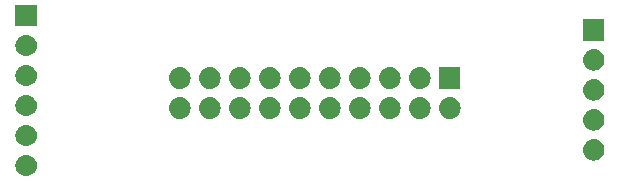
<source format=gbr>
G04 #@! TF.GenerationSoftware,KiCad,Pcbnew,5.1.1-8be2ce7~80~ubuntu18.10.1*
G04 #@! TF.CreationDate,2019-05-27T02:03:18+08:00*
G04 #@! TF.ProjectId,jtagboard,6a746167-626f-4617-9264-2e6b69636164,rev?*
G04 #@! TF.SameCoordinates,Original*
G04 #@! TF.FileFunction,Soldermask,Top*
G04 #@! TF.FilePolarity,Negative*
%FSLAX46Y46*%
G04 Gerber Fmt 4.6, Leading zero omitted, Abs format (unit mm)*
G04 Created by KiCad (PCBNEW 5.1.1-8be2ce7~80~ubuntu18.10.1) date 2019-05-27 02:03:18*
%MOMM*%
%LPD*%
G04 APERTURE LIST*
%ADD10C,0.100000*%
G04 APERTURE END LIST*
D10*
G36*
X79561643Y-115737319D02*
G01*
X79627827Y-115743837D01*
X79797666Y-115795357D01*
X79954191Y-115879022D01*
X79989929Y-115908352D01*
X80091386Y-115991614D01*
X80174648Y-116093071D01*
X80203978Y-116128809D01*
X80287643Y-116285334D01*
X80339163Y-116455173D01*
X80356559Y-116631800D01*
X80339163Y-116808427D01*
X80287643Y-116978266D01*
X80203978Y-117134791D01*
X80174648Y-117170529D01*
X80091386Y-117271986D01*
X79989929Y-117355248D01*
X79954191Y-117384578D01*
X79797666Y-117468243D01*
X79627827Y-117519763D01*
X79561643Y-117526281D01*
X79495460Y-117532800D01*
X79406940Y-117532800D01*
X79340757Y-117526281D01*
X79274573Y-117519763D01*
X79104734Y-117468243D01*
X78948209Y-117384578D01*
X78912471Y-117355248D01*
X78811014Y-117271986D01*
X78727752Y-117170529D01*
X78698422Y-117134791D01*
X78614757Y-116978266D01*
X78563237Y-116808427D01*
X78545841Y-116631800D01*
X78563237Y-116455173D01*
X78614757Y-116285334D01*
X78698422Y-116128809D01*
X78727752Y-116093071D01*
X78811014Y-115991614D01*
X78912471Y-115908352D01*
X78948209Y-115879022D01*
X79104734Y-115795357D01*
X79274573Y-115743837D01*
X79340757Y-115737319D01*
X79406940Y-115730800D01*
X79495460Y-115730800D01*
X79561643Y-115737319D01*
X79561643Y-115737319D01*
G37*
G36*
X127618442Y-114421518D02*
G01*
X127684627Y-114428037D01*
X127854466Y-114479557D01*
X128010991Y-114563222D01*
X128046729Y-114592552D01*
X128148186Y-114675814D01*
X128194284Y-114731986D01*
X128260778Y-114813009D01*
X128344443Y-114969534D01*
X128395963Y-115139373D01*
X128413359Y-115316000D01*
X128395963Y-115492627D01*
X128344443Y-115662466D01*
X128260778Y-115818991D01*
X128231448Y-115854729D01*
X128148186Y-115956186D01*
X128046729Y-116039448D01*
X128010991Y-116068778D01*
X127854466Y-116152443D01*
X127684627Y-116203963D01*
X127618443Y-116210481D01*
X127552260Y-116217000D01*
X127463740Y-116217000D01*
X127397557Y-116210481D01*
X127331373Y-116203963D01*
X127161534Y-116152443D01*
X127005009Y-116068778D01*
X126969271Y-116039448D01*
X126867814Y-115956186D01*
X126784552Y-115854729D01*
X126755222Y-115818991D01*
X126671557Y-115662466D01*
X126620037Y-115492627D01*
X126602641Y-115316000D01*
X126620037Y-115139373D01*
X126671557Y-114969534D01*
X126755222Y-114813009D01*
X126821716Y-114731986D01*
X126867814Y-114675814D01*
X126969271Y-114592552D01*
X127005009Y-114563222D01*
X127161534Y-114479557D01*
X127331373Y-114428037D01*
X127397558Y-114421518D01*
X127463740Y-114415000D01*
X127552260Y-114415000D01*
X127618442Y-114421518D01*
X127618442Y-114421518D01*
G37*
G36*
X79561642Y-113197318D02*
G01*
X79627827Y-113203837D01*
X79797666Y-113255357D01*
X79954191Y-113339022D01*
X79989929Y-113368352D01*
X80091386Y-113451614D01*
X80174648Y-113553071D01*
X80203978Y-113588809D01*
X80287643Y-113745334D01*
X80339163Y-113915173D01*
X80356559Y-114091800D01*
X80339163Y-114268427D01*
X80287643Y-114438266D01*
X80203978Y-114594791D01*
X80174648Y-114630529D01*
X80091386Y-114731986D01*
X79992658Y-114813009D01*
X79954191Y-114844578D01*
X79797666Y-114928243D01*
X79627827Y-114979763D01*
X79561643Y-114986281D01*
X79495460Y-114992800D01*
X79406940Y-114992800D01*
X79340757Y-114986281D01*
X79274573Y-114979763D01*
X79104734Y-114928243D01*
X78948209Y-114844578D01*
X78909742Y-114813009D01*
X78811014Y-114731986D01*
X78727752Y-114630529D01*
X78698422Y-114594791D01*
X78614757Y-114438266D01*
X78563237Y-114268427D01*
X78545841Y-114091800D01*
X78563237Y-113915173D01*
X78614757Y-113745334D01*
X78698422Y-113588809D01*
X78727752Y-113553071D01*
X78811014Y-113451614D01*
X78912471Y-113368352D01*
X78948209Y-113339022D01*
X79104734Y-113255357D01*
X79274573Y-113203837D01*
X79340758Y-113197318D01*
X79406940Y-113190800D01*
X79495460Y-113190800D01*
X79561642Y-113197318D01*
X79561642Y-113197318D01*
G37*
G36*
X127618442Y-111881518D02*
G01*
X127684627Y-111888037D01*
X127854466Y-111939557D01*
X128010991Y-112023222D01*
X128046729Y-112052552D01*
X128148186Y-112135814D01*
X128194284Y-112191986D01*
X128260778Y-112273009D01*
X128344443Y-112429534D01*
X128395963Y-112599373D01*
X128413359Y-112776000D01*
X128395963Y-112952627D01*
X128344443Y-113122466D01*
X128260778Y-113278991D01*
X128231448Y-113314729D01*
X128148186Y-113416186D01*
X128046729Y-113499448D01*
X128010991Y-113528778D01*
X127854466Y-113612443D01*
X127684627Y-113663963D01*
X127618443Y-113670481D01*
X127552260Y-113677000D01*
X127463740Y-113677000D01*
X127397557Y-113670481D01*
X127331373Y-113663963D01*
X127161534Y-113612443D01*
X127005009Y-113528778D01*
X126969271Y-113499448D01*
X126867814Y-113416186D01*
X126784552Y-113314729D01*
X126755222Y-113278991D01*
X126671557Y-113122466D01*
X126620037Y-112952627D01*
X126602641Y-112776000D01*
X126620037Y-112599373D01*
X126671557Y-112429534D01*
X126755222Y-112273009D01*
X126821716Y-112191986D01*
X126867814Y-112135814D01*
X126969271Y-112052552D01*
X127005009Y-112023222D01*
X127161534Y-111939557D01*
X127331373Y-111888037D01*
X127397558Y-111881518D01*
X127463740Y-111875000D01*
X127552260Y-111875000D01*
X127618442Y-111881518D01*
X127618442Y-111881518D01*
G37*
G36*
X112955294Y-110858633D02*
G01*
X113127695Y-110910931D01*
X113286583Y-110995858D01*
X113425849Y-111110151D01*
X113540142Y-111249417D01*
X113625069Y-111408305D01*
X113677367Y-111580706D01*
X113695025Y-111760000D01*
X113677367Y-111939294D01*
X113625069Y-112111695D01*
X113540142Y-112270583D01*
X113425849Y-112409849D01*
X113286583Y-112524142D01*
X113127695Y-112609069D01*
X112955294Y-112661367D01*
X112820931Y-112674600D01*
X112731069Y-112674600D01*
X112596706Y-112661367D01*
X112424305Y-112609069D01*
X112265417Y-112524142D01*
X112126151Y-112409849D01*
X112011858Y-112270583D01*
X111926931Y-112111695D01*
X111874633Y-111939294D01*
X111856975Y-111760000D01*
X111874633Y-111580706D01*
X111926931Y-111408305D01*
X112011858Y-111249417D01*
X112126151Y-111110151D01*
X112265417Y-110995858D01*
X112424305Y-110910931D01*
X112596706Y-110858633D01*
X112731069Y-110845400D01*
X112820931Y-110845400D01*
X112955294Y-110858633D01*
X112955294Y-110858633D01*
G37*
G36*
X92635294Y-110858633D02*
G01*
X92807695Y-110910931D01*
X92966583Y-110995858D01*
X93105849Y-111110151D01*
X93220142Y-111249417D01*
X93305069Y-111408305D01*
X93357367Y-111580706D01*
X93375025Y-111760000D01*
X93357367Y-111939294D01*
X93305069Y-112111695D01*
X93220142Y-112270583D01*
X93105849Y-112409849D01*
X92966583Y-112524142D01*
X92807695Y-112609069D01*
X92635294Y-112661367D01*
X92500931Y-112674600D01*
X92411069Y-112674600D01*
X92276706Y-112661367D01*
X92104305Y-112609069D01*
X91945417Y-112524142D01*
X91806151Y-112409849D01*
X91691858Y-112270583D01*
X91606931Y-112111695D01*
X91554633Y-111939294D01*
X91536975Y-111760000D01*
X91554633Y-111580706D01*
X91606931Y-111408305D01*
X91691858Y-111249417D01*
X91806151Y-111110151D01*
X91945417Y-110995858D01*
X92104305Y-110910931D01*
X92276706Y-110858633D01*
X92411069Y-110845400D01*
X92500931Y-110845400D01*
X92635294Y-110858633D01*
X92635294Y-110858633D01*
G37*
G36*
X95175294Y-110858633D02*
G01*
X95347695Y-110910931D01*
X95506583Y-110995858D01*
X95645849Y-111110151D01*
X95760142Y-111249417D01*
X95845069Y-111408305D01*
X95897367Y-111580706D01*
X95915025Y-111760000D01*
X95897367Y-111939294D01*
X95845069Y-112111695D01*
X95760142Y-112270583D01*
X95645849Y-112409849D01*
X95506583Y-112524142D01*
X95347695Y-112609069D01*
X95175294Y-112661367D01*
X95040931Y-112674600D01*
X94951069Y-112674600D01*
X94816706Y-112661367D01*
X94644305Y-112609069D01*
X94485417Y-112524142D01*
X94346151Y-112409849D01*
X94231858Y-112270583D01*
X94146931Y-112111695D01*
X94094633Y-111939294D01*
X94076975Y-111760000D01*
X94094633Y-111580706D01*
X94146931Y-111408305D01*
X94231858Y-111249417D01*
X94346151Y-111110151D01*
X94485417Y-110995858D01*
X94644305Y-110910931D01*
X94816706Y-110858633D01*
X94951069Y-110845400D01*
X95040931Y-110845400D01*
X95175294Y-110858633D01*
X95175294Y-110858633D01*
G37*
G36*
X97715294Y-110858633D02*
G01*
X97887695Y-110910931D01*
X98046583Y-110995858D01*
X98185849Y-111110151D01*
X98300142Y-111249417D01*
X98385069Y-111408305D01*
X98437367Y-111580706D01*
X98455025Y-111760000D01*
X98437367Y-111939294D01*
X98385069Y-112111695D01*
X98300142Y-112270583D01*
X98185849Y-112409849D01*
X98046583Y-112524142D01*
X97887695Y-112609069D01*
X97715294Y-112661367D01*
X97580931Y-112674600D01*
X97491069Y-112674600D01*
X97356706Y-112661367D01*
X97184305Y-112609069D01*
X97025417Y-112524142D01*
X96886151Y-112409849D01*
X96771858Y-112270583D01*
X96686931Y-112111695D01*
X96634633Y-111939294D01*
X96616975Y-111760000D01*
X96634633Y-111580706D01*
X96686931Y-111408305D01*
X96771858Y-111249417D01*
X96886151Y-111110151D01*
X97025417Y-110995858D01*
X97184305Y-110910931D01*
X97356706Y-110858633D01*
X97491069Y-110845400D01*
X97580931Y-110845400D01*
X97715294Y-110858633D01*
X97715294Y-110858633D01*
G37*
G36*
X100255294Y-110858633D02*
G01*
X100427695Y-110910931D01*
X100586583Y-110995858D01*
X100725849Y-111110151D01*
X100840142Y-111249417D01*
X100925069Y-111408305D01*
X100977367Y-111580706D01*
X100995025Y-111760000D01*
X100977367Y-111939294D01*
X100925069Y-112111695D01*
X100840142Y-112270583D01*
X100725849Y-112409849D01*
X100586583Y-112524142D01*
X100427695Y-112609069D01*
X100255294Y-112661367D01*
X100120931Y-112674600D01*
X100031069Y-112674600D01*
X99896706Y-112661367D01*
X99724305Y-112609069D01*
X99565417Y-112524142D01*
X99426151Y-112409849D01*
X99311858Y-112270583D01*
X99226931Y-112111695D01*
X99174633Y-111939294D01*
X99156975Y-111760000D01*
X99174633Y-111580706D01*
X99226931Y-111408305D01*
X99311858Y-111249417D01*
X99426151Y-111110151D01*
X99565417Y-110995858D01*
X99724305Y-110910931D01*
X99896706Y-110858633D01*
X100031069Y-110845400D01*
X100120931Y-110845400D01*
X100255294Y-110858633D01*
X100255294Y-110858633D01*
G37*
G36*
X102795294Y-110858633D02*
G01*
X102967695Y-110910931D01*
X103126583Y-110995858D01*
X103265849Y-111110151D01*
X103380142Y-111249417D01*
X103465069Y-111408305D01*
X103517367Y-111580706D01*
X103535025Y-111760000D01*
X103517367Y-111939294D01*
X103465069Y-112111695D01*
X103380142Y-112270583D01*
X103265849Y-112409849D01*
X103126583Y-112524142D01*
X102967695Y-112609069D01*
X102795294Y-112661367D01*
X102660931Y-112674600D01*
X102571069Y-112674600D01*
X102436706Y-112661367D01*
X102264305Y-112609069D01*
X102105417Y-112524142D01*
X101966151Y-112409849D01*
X101851858Y-112270583D01*
X101766931Y-112111695D01*
X101714633Y-111939294D01*
X101696975Y-111760000D01*
X101714633Y-111580706D01*
X101766931Y-111408305D01*
X101851858Y-111249417D01*
X101966151Y-111110151D01*
X102105417Y-110995858D01*
X102264305Y-110910931D01*
X102436706Y-110858633D01*
X102571069Y-110845400D01*
X102660931Y-110845400D01*
X102795294Y-110858633D01*
X102795294Y-110858633D01*
G37*
G36*
X105335294Y-110858633D02*
G01*
X105507695Y-110910931D01*
X105666583Y-110995858D01*
X105805849Y-111110151D01*
X105920142Y-111249417D01*
X106005069Y-111408305D01*
X106057367Y-111580706D01*
X106075025Y-111760000D01*
X106057367Y-111939294D01*
X106005069Y-112111695D01*
X105920142Y-112270583D01*
X105805849Y-112409849D01*
X105666583Y-112524142D01*
X105507695Y-112609069D01*
X105335294Y-112661367D01*
X105200931Y-112674600D01*
X105111069Y-112674600D01*
X104976706Y-112661367D01*
X104804305Y-112609069D01*
X104645417Y-112524142D01*
X104506151Y-112409849D01*
X104391858Y-112270583D01*
X104306931Y-112111695D01*
X104254633Y-111939294D01*
X104236975Y-111760000D01*
X104254633Y-111580706D01*
X104306931Y-111408305D01*
X104391858Y-111249417D01*
X104506151Y-111110151D01*
X104645417Y-110995858D01*
X104804305Y-110910931D01*
X104976706Y-110858633D01*
X105111069Y-110845400D01*
X105200931Y-110845400D01*
X105335294Y-110858633D01*
X105335294Y-110858633D01*
G37*
G36*
X107875294Y-110858633D02*
G01*
X108047695Y-110910931D01*
X108206583Y-110995858D01*
X108345849Y-111110151D01*
X108460142Y-111249417D01*
X108545069Y-111408305D01*
X108597367Y-111580706D01*
X108615025Y-111760000D01*
X108597367Y-111939294D01*
X108545069Y-112111695D01*
X108460142Y-112270583D01*
X108345849Y-112409849D01*
X108206583Y-112524142D01*
X108047695Y-112609069D01*
X107875294Y-112661367D01*
X107740931Y-112674600D01*
X107651069Y-112674600D01*
X107516706Y-112661367D01*
X107344305Y-112609069D01*
X107185417Y-112524142D01*
X107046151Y-112409849D01*
X106931858Y-112270583D01*
X106846931Y-112111695D01*
X106794633Y-111939294D01*
X106776975Y-111760000D01*
X106794633Y-111580706D01*
X106846931Y-111408305D01*
X106931858Y-111249417D01*
X107046151Y-111110151D01*
X107185417Y-110995858D01*
X107344305Y-110910931D01*
X107516706Y-110858633D01*
X107651069Y-110845400D01*
X107740931Y-110845400D01*
X107875294Y-110858633D01*
X107875294Y-110858633D01*
G37*
G36*
X110415294Y-110858633D02*
G01*
X110587695Y-110910931D01*
X110746583Y-110995858D01*
X110885849Y-111110151D01*
X111000142Y-111249417D01*
X111085069Y-111408305D01*
X111137367Y-111580706D01*
X111155025Y-111760000D01*
X111137367Y-111939294D01*
X111085069Y-112111695D01*
X111000142Y-112270583D01*
X110885849Y-112409849D01*
X110746583Y-112524142D01*
X110587695Y-112609069D01*
X110415294Y-112661367D01*
X110280931Y-112674600D01*
X110191069Y-112674600D01*
X110056706Y-112661367D01*
X109884305Y-112609069D01*
X109725417Y-112524142D01*
X109586151Y-112409849D01*
X109471858Y-112270583D01*
X109386931Y-112111695D01*
X109334633Y-111939294D01*
X109316975Y-111760000D01*
X109334633Y-111580706D01*
X109386931Y-111408305D01*
X109471858Y-111249417D01*
X109586151Y-111110151D01*
X109725417Y-110995858D01*
X109884305Y-110910931D01*
X110056706Y-110858633D01*
X110191069Y-110845400D01*
X110280931Y-110845400D01*
X110415294Y-110858633D01*
X110415294Y-110858633D01*
G37*
G36*
X115495294Y-110858633D02*
G01*
X115667695Y-110910931D01*
X115826583Y-110995858D01*
X115965849Y-111110151D01*
X116080142Y-111249417D01*
X116165069Y-111408305D01*
X116217367Y-111580706D01*
X116235025Y-111760000D01*
X116217367Y-111939294D01*
X116165069Y-112111695D01*
X116080142Y-112270583D01*
X115965849Y-112409849D01*
X115826583Y-112524142D01*
X115667695Y-112609069D01*
X115495294Y-112661367D01*
X115360931Y-112674600D01*
X115271069Y-112674600D01*
X115136706Y-112661367D01*
X114964305Y-112609069D01*
X114805417Y-112524142D01*
X114666151Y-112409849D01*
X114551858Y-112270583D01*
X114466931Y-112111695D01*
X114414633Y-111939294D01*
X114396975Y-111760000D01*
X114414633Y-111580706D01*
X114466931Y-111408305D01*
X114551858Y-111249417D01*
X114666151Y-111110151D01*
X114805417Y-110995858D01*
X114964305Y-110910931D01*
X115136706Y-110858633D01*
X115271069Y-110845400D01*
X115360931Y-110845400D01*
X115495294Y-110858633D01*
X115495294Y-110858633D01*
G37*
G36*
X79561642Y-110657318D02*
G01*
X79627827Y-110663837D01*
X79797666Y-110715357D01*
X79954191Y-110799022D01*
X79989929Y-110828352D01*
X80091386Y-110911614D01*
X80160522Y-110995858D01*
X80203978Y-111048809D01*
X80287643Y-111205334D01*
X80339163Y-111375173D01*
X80356559Y-111551800D01*
X80339163Y-111728427D01*
X80287643Y-111898266D01*
X80203978Y-112054791D01*
X80174648Y-112090529D01*
X80091386Y-112191986D01*
X79995614Y-112270583D01*
X79954191Y-112304578D01*
X79797666Y-112388243D01*
X79627827Y-112439763D01*
X79561642Y-112446282D01*
X79495460Y-112452800D01*
X79406940Y-112452800D01*
X79340758Y-112446282D01*
X79274573Y-112439763D01*
X79104734Y-112388243D01*
X78948209Y-112304578D01*
X78906786Y-112270583D01*
X78811014Y-112191986D01*
X78727752Y-112090529D01*
X78698422Y-112054791D01*
X78614757Y-111898266D01*
X78563237Y-111728427D01*
X78545841Y-111551800D01*
X78563237Y-111375173D01*
X78614757Y-111205334D01*
X78698422Y-111048809D01*
X78741878Y-110995858D01*
X78811014Y-110911614D01*
X78912471Y-110828352D01*
X78948209Y-110799022D01*
X79104734Y-110715357D01*
X79274573Y-110663837D01*
X79340758Y-110657318D01*
X79406940Y-110650800D01*
X79495460Y-110650800D01*
X79561642Y-110657318D01*
X79561642Y-110657318D01*
G37*
G36*
X127618442Y-109341518D02*
G01*
X127684627Y-109348037D01*
X127854466Y-109399557D01*
X128010991Y-109483222D01*
X128046729Y-109512552D01*
X128148186Y-109595814D01*
X128194284Y-109651986D01*
X128260778Y-109733009D01*
X128344443Y-109889534D01*
X128395963Y-110059373D01*
X128413359Y-110236000D01*
X128395963Y-110412627D01*
X128344443Y-110582466D01*
X128260778Y-110738991D01*
X128231448Y-110774729D01*
X128148186Y-110876186D01*
X128046729Y-110959448D01*
X128010991Y-110988778D01*
X127854466Y-111072443D01*
X127684627Y-111123963D01*
X127618442Y-111130482D01*
X127552260Y-111137000D01*
X127463740Y-111137000D01*
X127397558Y-111130482D01*
X127331373Y-111123963D01*
X127161534Y-111072443D01*
X127005009Y-110988778D01*
X126969271Y-110959448D01*
X126867814Y-110876186D01*
X126784552Y-110774729D01*
X126755222Y-110738991D01*
X126671557Y-110582466D01*
X126620037Y-110412627D01*
X126602641Y-110236000D01*
X126620037Y-110059373D01*
X126671557Y-109889534D01*
X126755222Y-109733009D01*
X126821716Y-109651986D01*
X126867814Y-109595814D01*
X126969271Y-109512552D01*
X127005009Y-109483222D01*
X127161534Y-109399557D01*
X127331373Y-109348037D01*
X127397558Y-109341518D01*
X127463740Y-109335000D01*
X127552260Y-109335000D01*
X127618442Y-109341518D01*
X127618442Y-109341518D01*
G37*
G36*
X116230600Y-110134600D02*
G01*
X114401400Y-110134600D01*
X114401400Y-108305400D01*
X116230600Y-108305400D01*
X116230600Y-110134600D01*
X116230600Y-110134600D01*
G37*
G36*
X105335294Y-108318633D02*
G01*
X105507695Y-108370931D01*
X105666583Y-108455858D01*
X105805849Y-108570151D01*
X105920142Y-108709417D01*
X106005069Y-108868305D01*
X106057367Y-109040706D01*
X106075025Y-109220000D01*
X106057367Y-109399294D01*
X106005069Y-109571695D01*
X105920142Y-109730583D01*
X105805849Y-109869849D01*
X105666583Y-109984142D01*
X105507695Y-110069069D01*
X105335294Y-110121367D01*
X105200931Y-110134600D01*
X105111069Y-110134600D01*
X104976706Y-110121367D01*
X104804305Y-110069069D01*
X104645417Y-109984142D01*
X104506151Y-109869849D01*
X104391858Y-109730583D01*
X104306931Y-109571695D01*
X104254633Y-109399294D01*
X104236975Y-109220000D01*
X104254633Y-109040706D01*
X104306931Y-108868305D01*
X104391858Y-108709417D01*
X104506151Y-108570151D01*
X104645417Y-108455858D01*
X104804305Y-108370931D01*
X104976706Y-108318633D01*
X105111069Y-108305400D01*
X105200931Y-108305400D01*
X105335294Y-108318633D01*
X105335294Y-108318633D01*
G37*
G36*
X102795294Y-108318633D02*
G01*
X102967695Y-108370931D01*
X103126583Y-108455858D01*
X103265849Y-108570151D01*
X103380142Y-108709417D01*
X103465069Y-108868305D01*
X103517367Y-109040706D01*
X103535025Y-109220000D01*
X103517367Y-109399294D01*
X103465069Y-109571695D01*
X103380142Y-109730583D01*
X103265849Y-109869849D01*
X103126583Y-109984142D01*
X102967695Y-110069069D01*
X102795294Y-110121367D01*
X102660931Y-110134600D01*
X102571069Y-110134600D01*
X102436706Y-110121367D01*
X102264305Y-110069069D01*
X102105417Y-109984142D01*
X101966151Y-109869849D01*
X101851858Y-109730583D01*
X101766931Y-109571695D01*
X101714633Y-109399294D01*
X101696975Y-109220000D01*
X101714633Y-109040706D01*
X101766931Y-108868305D01*
X101851858Y-108709417D01*
X101966151Y-108570151D01*
X102105417Y-108455858D01*
X102264305Y-108370931D01*
X102436706Y-108318633D01*
X102571069Y-108305400D01*
X102660931Y-108305400D01*
X102795294Y-108318633D01*
X102795294Y-108318633D01*
G37*
G36*
X100255294Y-108318633D02*
G01*
X100427695Y-108370931D01*
X100586583Y-108455858D01*
X100725849Y-108570151D01*
X100840142Y-108709417D01*
X100925069Y-108868305D01*
X100977367Y-109040706D01*
X100995025Y-109220000D01*
X100977367Y-109399294D01*
X100925069Y-109571695D01*
X100840142Y-109730583D01*
X100725849Y-109869849D01*
X100586583Y-109984142D01*
X100427695Y-110069069D01*
X100255294Y-110121367D01*
X100120931Y-110134600D01*
X100031069Y-110134600D01*
X99896706Y-110121367D01*
X99724305Y-110069069D01*
X99565417Y-109984142D01*
X99426151Y-109869849D01*
X99311858Y-109730583D01*
X99226931Y-109571695D01*
X99174633Y-109399294D01*
X99156975Y-109220000D01*
X99174633Y-109040706D01*
X99226931Y-108868305D01*
X99311858Y-108709417D01*
X99426151Y-108570151D01*
X99565417Y-108455858D01*
X99724305Y-108370931D01*
X99896706Y-108318633D01*
X100031069Y-108305400D01*
X100120931Y-108305400D01*
X100255294Y-108318633D01*
X100255294Y-108318633D01*
G37*
G36*
X97715294Y-108318633D02*
G01*
X97887695Y-108370931D01*
X98046583Y-108455858D01*
X98185849Y-108570151D01*
X98300142Y-108709417D01*
X98385069Y-108868305D01*
X98437367Y-109040706D01*
X98455025Y-109220000D01*
X98437367Y-109399294D01*
X98385069Y-109571695D01*
X98300142Y-109730583D01*
X98185849Y-109869849D01*
X98046583Y-109984142D01*
X97887695Y-110069069D01*
X97715294Y-110121367D01*
X97580931Y-110134600D01*
X97491069Y-110134600D01*
X97356706Y-110121367D01*
X97184305Y-110069069D01*
X97025417Y-109984142D01*
X96886151Y-109869849D01*
X96771858Y-109730583D01*
X96686931Y-109571695D01*
X96634633Y-109399294D01*
X96616975Y-109220000D01*
X96634633Y-109040706D01*
X96686931Y-108868305D01*
X96771858Y-108709417D01*
X96886151Y-108570151D01*
X97025417Y-108455858D01*
X97184305Y-108370931D01*
X97356706Y-108318633D01*
X97491069Y-108305400D01*
X97580931Y-108305400D01*
X97715294Y-108318633D01*
X97715294Y-108318633D01*
G37*
G36*
X95175294Y-108318633D02*
G01*
X95347695Y-108370931D01*
X95506583Y-108455858D01*
X95645849Y-108570151D01*
X95760142Y-108709417D01*
X95845069Y-108868305D01*
X95897367Y-109040706D01*
X95915025Y-109220000D01*
X95897367Y-109399294D01*
X95845069Y-109571695D01*
X95760142Y-109730583D01*
X95645849Y-109869849D01*
X95506583Y-109984142D01*
X95347695Y-110069069D01*
X95175294Y-110121367D01*
X95040931Y-110134600D01*
X94951069Y-110134600D01*
X94816706Y-110121367D01*
X94644305Y-110069069D01*
X94485417Y-109984142D01*
X94346151Y-109869849D01*
X94231858Y-109730583D01*
X94146931Y-109571695D01*
X94094633Y-109399294D01*
X94076975Y-109220000D01*
X94094633Y-109040706D01*
X94146931Y-108868305D01*
X94231858Y-108709417D01*
X94346151Y-108570151D01*
X94485417Y-108455858D01*
X94644305Y-108370931D01*
X94816706Y-108318633D01*
X94951069Y-108305400D01*
X95040931Y-108305400D01*
X95175294Y-108318633D01*
X95175294Y-108318633D01*
G37*
G36*
X92635294Y-108318633D02*
G01*
X92807695Y-108370931D01*
X92966583Y-108455858D01*
X93105849Y-108570151D01*
X93220142Y-108709417D01*
X93305069Y-108868305D01*
X93357367Y-109040706D01*
X93375025Y-109220000D01*
X93357367Y-109399294D01*
X93305069Y-109571695D01*
X93220142Y-109730583D01*
X93105849Y-109869849D01*
X92966583Y-109984142D01*
X92807695Y-110069069D01*
X92635294Y-110121367D01*
X92500931Y-110134600D01*
X92411069Y-110134600D01*
X92276706Y-110121367D01*
X92104305Y-110069069D01*
X91945417Y-109984142D01*
X91806151Y-109869849D01*
X91691858Y-109730583D01*
X91606931Y-109571695D01*
X91554633Y-109399294D01*
X91536975Y-109220000D01*
X91554633Y-109040706D01*
X91606931Y-108868305D01*
X91691858Y-108709417D01*
X91806151Y-108570151D01*
X91945417Y-108455858D01*
X92104305Y-108370931D01*
X92276706Y-108318633D01*
X92411069Y-108305400D01*
X92500931Y-108305400D01*
X92635294Y-108318633D01*
X92635294Y-108318633D01*
G37*
G36*
X110415294Y-108318633D02*
G01*
X110587695Y-108370931D01*
X110746583Y-108455858D01*
X110885849Y-108570151D01*
X111000142Y-108709417D01*
X111085069Y-108868305D01*
X111137367Y-109040706D01*
X111155025Y-109220000D01*
X111137367Y-109399294D01*
X111085069Y-109571695D01*
X111000142Y-109730583D01*
X110885849Y-109869849D01*
X110746583Y-109984142D01*
X110587695Y-110069069D01*
X110415294Y-110121367D01*
X110280931Y-110134600D01*
X110191069Y-110134600D01*
X110056706Y-110121367D01*
X109884305Y-110069069D01*
X109725417Y-109984142D01*
X109586151Y-109869849D01*
X109471858Y-109730583D01*
X109386931Y-109571695D01*
X109334633Y-109399294D01*
X109316975Y-109220000D01*
X109334633Y-109040706D01*
X109386931Y-108868305D01*
X109471858Y-108709417D01*
X109586151Y-108570151D01*
X109725417Y-108455858D01*
X109884305Y-108370931D01*
X110056706Y-108318633D01*
X110191069Y-108305400D01*
X110280931Y-108305400D01*
X110415294Y-108318633D01*
X110415294Y-108318633D01*
G37*
G36*
X107875294Y-108318633D02*
G01*
X108047695Y-108370931D01*
X108206583Y-108455858D01*
X108345849Y-108570151D01*
X108460142Y-108709417D01*
X108545069Y-108868305D01*
X108597367Y-109040706D01*
X108615025Y-109220000D01*
X108597367Y-109399294D01*
X108545069Y-109571695D01*
X108460142Y-109730583D01*
X108345849Y-109869849D01*
X108206583Y-109984142D01*
X108047695Y-110069069D01*
X107875294Y-110121367D01*
X107740931Y-110134600D01*
X107651069Y-110134600D01*
X107516706Y-110121367D01*
X107344305Y-110069069D01*
X107185417Y-109984142D01*
X107046151Y-109869849D01*
X106931858Y-109730583D01*
X106846931Y-109571695D01*
X106794633Y-109399294D01*
X106776975Y-109220000D01*
X106794633Y-109040706D01*
X106846931Y-108868305D01*
X106931858Y-108709417D01*
X107046151Y-108570151D01*
X107185417Y-108455858D01*
X107344305Y-108370931D01*
X107516706Y-108318633D01*
X107651069Y-108305400D01*
X107740931Y-108305400D01*
X107875294Y-108318633D01*
X107875294Y-108318633D01*
G37*
G36*
X112955294Y-108318633D02*
G01*
X113127695Y-108370931D01*
X113286583Y-108455858D01*
X113425849Y-108570151D01*
X113540142Y-108709417D01*
X113625069Y-108868305D01*
X113677367Y-109040706D01*
X113695025Y-109220000D01*
X113677367Y-109399294D01*
X113625069Y-109571695D01*
X113540142Y-109730583D01*
X113425849Y-109869849D01*
X113286583Y-109984142D01*
X113127695Y-110069069D01*
X112955294Y-110121367D01*
X112820931Y-110134600D01*
X112731069Y-110134600D01*
X112596706Y-110121367D01*
X112424305Y-110069069D01*
X112265417Y-109984142D01*
X112126151Y-109869849D01*
X112011858Y-109730583D01*
X111926931Y-109571695D01*
X111874633Y-109399294D01*
X111856975Y-109220000D01*
X111874633Y-109040706D01*
X111926931Y-108868305D01*
X112011858Y-108709417D01*
X112126151Y-108570151D01*
X112265417Y-108455858D01*
X112424305Y-108370931D01*
X112596706Y-108318633D01*
X112731069Y-108305400D01*
X112820931Y-108305400D01*
X112955294Y-108318633D01*
X112955294Y-108318633D01*
G37*
G36*
X79561643Y-108117319D02*
G01*
X79627827Y-108123837D01*
X79797666Y-108175357D01*
X79954191Y-108259022D01*
X79989929Y-108288352D01*
X80091386Y-108371614D01*
X80160522Y-108455858D01*
X80203978Y-108508809D01*
X80287643Y-108665334D01*
X80339163Y-108835173D01*
X80356559Y-109011800D01*
X80339163Y-109188427D01*
X80287643Y-109358266D01*
X80203978Y-109514791D01*
X80174648Y-109550529D01*
X80091386Y-109651986D01*
X79995614Y-109730583D01*
X79954191Y-109764578D01*
X79797666Y-109848243D01*
X79627827Y-109899763D01*
X79561642Y-109906282D01*
X79495460Y-109912800D01*
X79406940Y-109912800D01*
X79340758Y-109906282D01*
X79274573Y-109899763D01*
X79104734Y-109848243D01*
X78948209Y-109764578D01*
X78906786Y-109730583D01*
X78811014Y-109651986D01*
X78727752Y-109550529D01*
X78698422Y-109514791D01*
X78614757Y-109358266D01*
X78563237Y-109188427D01*
X78545841Y-109011800D01*
X78563237Y-108835173D01*
X78614757Y-108665334D01*
X78698422Y-108508809D01*
X78741878Y-108455858D01*
X78811014Y-108371614D01*
X78912471Y-108288352D01*
X78948209Y-108259022D01*
X79104734Y-108175357D01*
X79274573Y-108123837D01*
X79340757Y-108117319D01*
X79406940Y-108110800D01*
X79495460Y-108110800D01*
X79561643Y-108117319D01*
X79561643Y-108117319D01*
G37*
G36*
X127618443Y-106801519D02*
G01*
X127684627Y-106808037D01*
X127854466Y-106859557D01*
X128010991Y-106943222D01*
X128046729Y-106972552D01*
X128148186Y-107055814D01*
X128194284Y-107111986D01*
X128260778Y-107193009D01*
X128344443Y-107349534D01*
X128395963Y-107519373D01*
X128413359Y-107696000D01*
X128395963Y-107872627D01*
X128344443Y-108042466D01*
X128260778Y-108198991D01*
X128231448Y-108234729D01*
X128148186Y-108336186D01*
X128046729Y-108419448D01*
X128010991Y-108448778D01*
X127854466Y-108532443D01*
X127684627Y-108583963D01*
X127618442Y-108590482D01*
X127552260Y-108597000D01*
X127463740Y-108597000D01*
X127397558Y-108590482D01*
X127331373Y-108583963D01*
X127161534Y-108532443D01*
X127005009Y-108448778D01*
X126969271Y-108419448D01*
X126867814Y-108336186D01*
X126784552Y-108234729D01*
X126755222Y-108198991D01*
X126671557Y-108042466D01*
X126620037Y-107872627D01*
X126602641Y-107696000D01*
X126620037Y-107519373D01*
X126671557Y-107349534D01*
X126755222Y-107193009D01*
X126821716Y-107111986D01*
X126867814Y-107055814D01*
X126969271Y-106972552D01*
X127005009Y-106943222D01*
X127161534Y-106859557D01*
X127331373Y-106808037D01*
X127397557Y-106801519D01*
X127463740Y-106795000D01*
X127552260Y-106795000D01*
X127618443Y-106801519D01*
X127618443Y-106801519D01*
G37*
G36*
X79561643Y-105577319D02*
G01*
X79627827Y-105583837D01*
X79797666Y-105635357D01*
X79954191Y-105719022D01*
X79989929Y-105748352D01*
X80091386Y-105831614D01*
X80174648Y-105933071D01*
X80203978Y-105968809D01*
X80287643Y-106125334D01*
X80339163Y-106295173D01*
X80356559Y-106471800D01*
X80339163Y-106648427D01*
X80287643Y-106818266D01*
X80203978Y-106974791D01*
X80174648Y-107010529D01*
X80091386Y-107111986D01*
X79992658Y-107193009D01*
X79954191Y-107224578D01*
X79797666Y-107308243D01*
X79627827Y-107359763D01*
X79561642Y-107366282D01*
X79495460Y-107372800D01*
X79406940Y-107372800D01*
X79340758Y-107366282D01*
X79274573Y-107359763D01*
X79104734Y-107308243D01*
X78948209Y-107224578D01*
X78909742Y-107193009D01*
X78811014Y-107111986D01*
X78727752Y-107010529D01*
X78698422Y-106974791D01*
X78614757Y-106818266D01*
X78563237Y-106648427D01*
X78545841Y-106471800D01*
X78563237Y-106295173D01*
X78614757Y-106125334D01*
X78698422Y-105968809D01*
X78727752Y-105933071D01*
X78811014Y-105831614D01*
X78912471Y-105748352D01*
X78948209Y-105719022D01*
X79104734Y-105635357D01*
X79274573Y-105583837D01*
X79340757Y-105577319D01*
X79406940Y-105570800D01*
X79495460Y-105570800D01*
X79561643Y-105577319D01*
X79561643Y-105577319D01*
G37*
G36*
X128409000Y-106057000D02*
G01*
X126607000Y-106057000D01*
X126607000Y-104255000D01*
X128409000Y-104255000D01*
X128409000Y-106057000D01*
X128409000Y-106057000D01*
G37*
G36*
X80352200Y-104832800D02*
G01*
X78550200Y-104832800D01*
X78550200Y-103030800D01*
X80352200Y-103030800D01*
X80352200Y-104832800D01*
X80352200Y-104832800D01*
G37*
M02*

</source>
